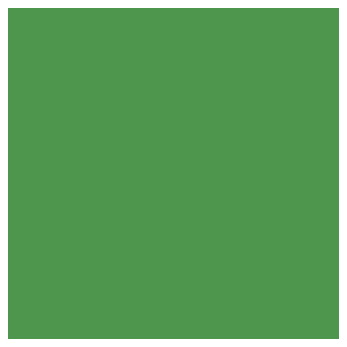
<source format=gbr>
%TF.GenerationSoftware,KiCad,Pcbnew,8.0.4*%
%TF.CreationDate,2024-10-13T16:20:42+07:00*%
%TF.ProjectId,siplex-som-s16,7369706c-6578-42d7-936f-6d2d7331362e,rev?*%
%TF.SameCoordinates,Original*%
%TF.FileFunction,Legend,Bot*%
%TF.FilePolarity,Positive*%
%FSLAX46Y46*%
G04 Gerber Fmt 4.6, Leading zero omitted, Abs format (unit mm)*
G04 Created by KiCad (PCBNEW 8.0.4) date 2024-10-13 16:20:42*
%MOMM*%
%LPD*%
G01*
G04 APERTURE LIST*
%ADD10C,0.000000*%
G04 APERTURE END LIST*
D10*
G36*
X154310800Y-112071800D02*
G01*
X126310800Y-112071800D01*
X126310800Y-84071800D01*
X154310800Y-84071800D01*
X154310800Y-112071800D01*
G37*
M02*

</source>
